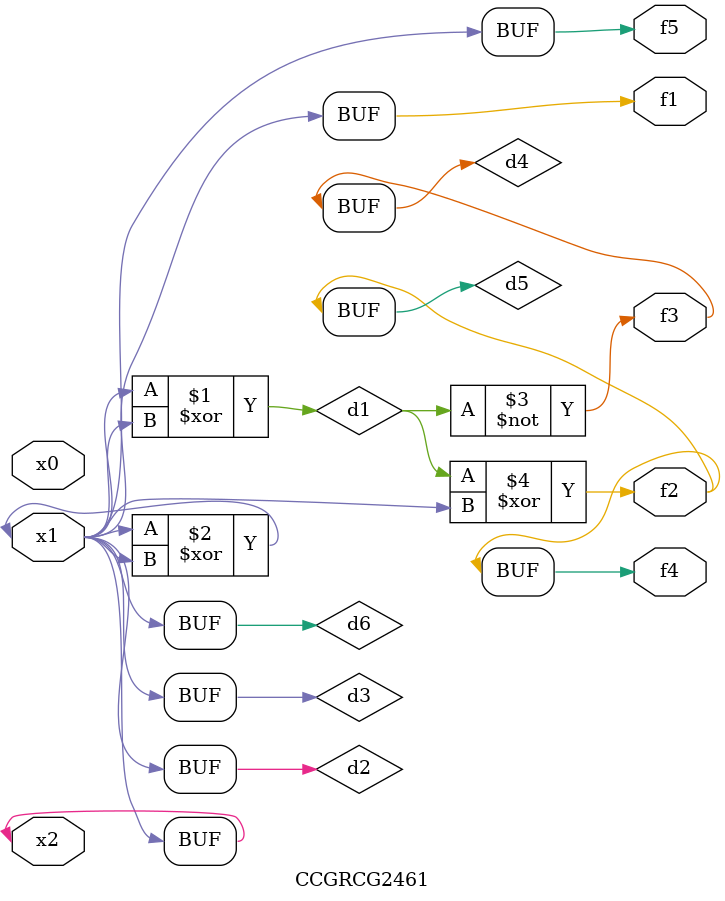
<source format=v>
module CCGRCG2461(
	input x0, x1, x2,
	output f1, f2, f3, f4, f5
);

	wire d1, d2, d3, d4, d5, d6;

	xor (d1, x1, x2);
	buf (d2, x1, x2);
	xor (d3, x1, x2);
	nor (d4, d1);
	xor (d5, d1, d2);
	buf (d6, d2, d3);
	assign f1 = d6;
	assign f2 = d5;
	assign f3 = d4;
	assign f4 = d5;
	assign f5 = d6;
endmodule

</source>
